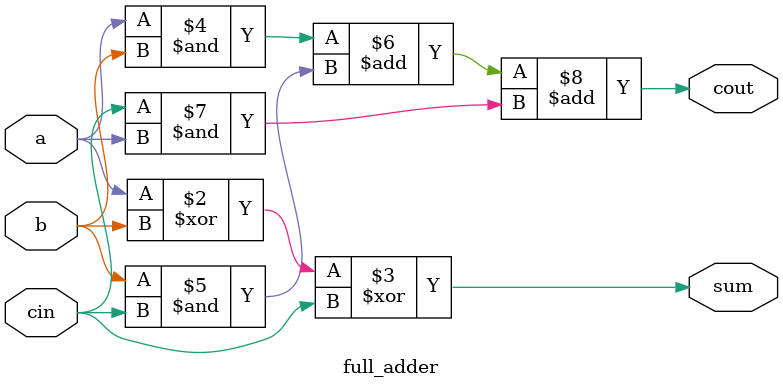
<source format=v>
module full_adder(
input a,b,cin,
output reg  sum,cout);

   always @(*) begin
       sum = a^b^cin;
       cout = (a&b)+(b&cin)+(cin&a);
   end

endmodule

</source>
